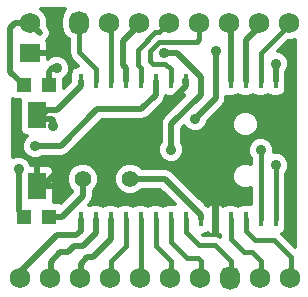
<source format=gbr>
G04 #@! TF.FileFunction,Copper,L2,Bot,Signal*
%FSLAX46Y46*%
G04 Gerber Fmt 4.6, Leading zero omitted, Abs format (unit mm)*
G04 Created by KiCad (PCBNEW 4.0.4+dfsg1-stable) date Sat Feb  4 10:26:13 2017*
%MOMM*%
%LPD*%
G01*
G04 APERTURE LIST*
%ADD10C,0.100000*%
%ADD11R,1.600000X2.300000*%
%ADD12O,1.727200X2.032000*%
%ADD13C,1.727200*%
%ADD14R,1.198880X1.198880*%
%ADD15R,0.457200X1.270000*%
%ADD16R,1.727200X1.625600*%
%ADD17C,0.889000*%
%ADD18C,1.397000*%
%ADD19C,0.508000*%
%ADD20C,0.381000*%
%ADD21C,0.431800*%
%ADD22C,0.300000*%
G04 APERTURE END LIST*
D10*
D11*
X33274000Y-30528000D03*
X33274000Y-36528000D03*
D12*
X36817300Y-22720300D03*
D13*
X39357300Y-22720300D03*
X41897300Y-22720300D03*
X44437300Y-22720300D03*
X46977300Y-22720300D03*
X49517300Y-22720300D03*
X52057300Y-22720300D03*
X54597300Y-22720300D03*
X31864300Y-44323000D03*
X34404300Y-44323000D03*
X36944300Y-44323000D03*
X39484300Y-44323000D03*
X42024300Y-44323000D03*
X44564300Y-44323000D03*
X47104300Y-44323000D03*
D12*
X49644300Y-44323000D03*
D13*
X52184300Y-44323000D03*
X54724300Y-44323000D03*
D14*
X32151960Y-28000000D03*
X34250000Y-28000000D03*
X34299020Y-39150000D03*
X32200980Y-39150000D03*
D15*
X52197000Y-39370000D03*
X50927000Y-39370000D03*
X49657000Y-39370000D03*
X48387000Y-39370000D03*
X47117000Y-39370000D03*
X42037000Y-39370000D03*
X40767000Y-39370000D03*
X39497000Y-39370000D03*
X38227000Y-39370000D03*
X36957000Y-39370000D03*
X36957000Y-27686000D03*
X38227000Y-27686000D03*
X39497000Y-27686000D03*
X40767000Y-27686000D03*
X42037000Y-27686000D03*
X47117000Y-27686000D03*
X48387000Y-27686000D03*
X49657000Y-27686000D03*
X50927000Y-27686000D03*
X52197000Y-27686000D03*
X53467000Y-27686000D03*
X43307000Y-27686000D03*
X44577000Y-27686000D03*
X45847000Y-27686000D03*
X43307000Y-39370000D03*
X44577000Y-39370000D03*
X45847000Y-39370000D03*
X53467000Y-39370000D03*
D16*
X32639000Y-25273000D03*
D13*
X32639000Y-22733000D03*
D17*
X44649159Y-33449669D03*
X44048138Y-25271320D03*
X33279301Y-37042609D03*
D18*
X41269058Y-33265299D03*
X49222660Y-36567112D03*
D17*
X48392731Y-25111284D03*
X46658593Y-30859725D03*
X53530500Y-26200100D03*
D18*
X41159615Y-35930350D03*
X37152719Y-35937326D03*
D17*
X34922266Y-26572264D03*
X31735654Y-35100276D03*
X53510213Y-34782014D03*
X52214767Y-33512763D03*
X33116799Y-33165279D03*
X34667212Y-31434596D03*
D19*
X44649159Y-32821052D02*
X44649159Y-33449669D01*
X44649159Y-31296841D02*
X44649159Y-32821052D01*
X47117000Y-28829000D02*
X44649159Y-31296841D01*
X47117000Y-27686000D02*
X47117000Y-28829000D01*
X44676755Y-25271320D02*
X44048138Y-25271320D01*
X47117000Y-27279600D02*
X45108720Y-25271320D01*
X45108720Y-25271320D02*
X44676755Y-25271320D01*
X47117000Y-27686000D02*
X47117000Y-27279600D01*
X37056611Y-33265299D02*
X33723800Y-36598110D01*
X33723800Y-36598110D02*
X33279301Y-37042609D01*
X41269058Y-33265299D02*
X37056611Y-33265299D01*
X45847000Y-28092400D02*
X43395900Y-30543500D01*
X41269058Y-33265299D02*
X43395900Y-31138457D01*
X43395900Y-31138457D02*
X43395900Y-30543500D01*
X45847000Y-27686000D02*
X45847000Y-28092400D01*
X48387000Y-39370000D02*
X48387000Y-37402772D01*
X48387000Y-37402772D02*
X49222660Y-36567112D01*
X48387000Y-27686000D02*
X48387000Y-25117015D01*
X48387000Y-25117015D02*
X48392731Y-25111284D01*
X47103092Y-30415226D02*
X46658593Y-30859725D01*
X48387000Y-29131318D02*
X47103092Y-30415226D01*
X48387000Y-27686000D02*
X48387000Y-29131318D01*
X48433799Y-27639201D02*
X48387000Y-27686000D01*
X53467000Y-26263600D02*
X53530500Y-26200100D01*
X53467000Y-27686000D02*
X53467000Y-26263600D01*
X42147443Y-35930350D02*
X41159615Y-35930350D01*
X44083750Y-35930350D02*
X42147443Y-35930350D01*
X47117000Y-39370000D02*
X47117000Y-38963600D01*
X47117000Y-38963600D02*
X44083750Y-35930350D01*
X37152719Y-36925154D02*
X37152719Y-35937326D01*
X35406460Y-39150000D02*
X37152719Y-37403741D01*
X34299020Y-39150000D02*
X35406460Y-39150000D01*
X37152719Y-37403741D02*
X37152719Y-36925154D01*
X32151960Y-28000000D02*
X32151960Y-27986360D01*
X31417686Y-22733000D02*
X32639000Y-22733000D01*
X32151960Y-27986360D02*
X31013400Y-26847800D01*
X31013400Y-23137286D02*
X31417686Y-22733000D01*
X31013400Y-26847800D02*
X31013400Y-23137286D01*
X33502599Y-23596599D02*
X32639000Y-22733000D01*
X34250000Y-28000000D02*
X34250000Y-26892560D01*
X34570296Y-26572264D02*
X34922266Y-26572264D01*
X34250000Y-26892560D02*
X34570296Y-26572264D01*
X31735654Y-37500000D02*
X31735654Y-35728893D01*
X31735654Y-35728893D02*
X31735654Y-35100276D01*
X31735654Y-37500000D02*
X31735654Y-38684674D01*
X31735654Y-38684674D02*
X32200980Y-39150000D01*
X31735654Y-37719671D02*
X31735654Y-37500000D01*
D20*
X53467000Y-39370000D02*
X53467000Y-34825227D01*
X53467000Y-34825227D02*
X53510213Y-34782014D01*
X52197000Y-39370000D02*
X52197000Y-33530530D01*
X52197000Y-33530530D02*
X52214767Y-33512763D01*
D21*
X38227000Y-26619200D02*
X36830000Y-25222200D01*
X38227000Y-27686000D02*
X38227000Y-26619200D01*
X36830000Y-25222200D02*
X36830000Y-22733000D01*
X39497000Y-27686000D02*
X39497000Y-22860000D01*
X39497000Y-22860000D02*
X39370000Y-22733000D01*
D19*
X41910000Y-22733000D02*
X41910000Y-22885400D01*
X41910000Y-22885400D02*
X40513000Y-24282400D01*
X40513000Y-24282400D02*
X40513000Y-26289000D01*
X40513000Y-26289000D02*
X40767000Y-26543000D01*
X40767000Y-26543000D02*
X40767000Y-27686000D01*
D20*
X41783000Y-26289000D02*
X41783000Y-25023991D01*
X43286591Y-23520400D02*
X42037000Y-24769991D01*
X41783000Y-25023991D02*
X43286591Y-23520400D01*
X42037000Y-26543000D02*
X41783000Y-26289000D01*
X42037000Y-27686000D02*
X42037000Y-26543000D01*
X44450000Y-22733000D02*
X44373800Y-22733000D01*
X44373800Y-22733000D02*
X43586400Y-23520400D01*
X43586400Y-23520400D02*
X43286591Y-23520400D01*
X44577000Y-27279600D02*
X44577000Y-27686000D01*
X46990000Y-24130000D02*
X46990000Y-22733000D01*
X43597033Y-24331519D02*
X46788481Y-24331519D01*
X43053000Y-26212800D02*
X42799000Y-25958800D01*
X44119800Y-26212800D02*
X43053000Y-26212800D01*
X46990000Y-22733000D02*
X46990000Y-22885400D01*
X44577000Y-26670000D02*
X44119800Y-26212800D01*
X44577000Y-27686000D02*
X44577000Y-26670000D01*
X46788481Y-24331519D02*
X46990000Y-24130000D01*
X42799000Y-25129552D02*
X43597033Y-24331519D01*
X42799000Y-25958800D02*
X42799000Y-25129552D01*
D19*
X49657000Y-27686000D02*
X49657000Y-22860000D01*
X49657000Y-22860000D02*
X49530000Y-22733000D01*
X50927000Y-24218900D02*
X50927000Y-25323800D01*
X52070000Y-22733000D02*
X52070000Y-23075900D01*
X52070000Y-23075900D02*
X50927000Y-24218900D01*
X50927000Y-27686000D02*
X50927000Y-24676100D01*
D21*
X50927000Y-25323800D02*
X50927000Y-26619200D01*
X50927000Y-26619200D02*
X50927000Y-27686000D01*
X52197000Y-25298400D02*
X52197000Y-26619200D01*
X54610000Y-22885400D02*
X52197000Y-25298400D01*
X54610000Y-22733000D02*
X54610000Y-22885400D01*
X52197000Y-26619200D02*
X52197000Y-27686000D01*
D19*
X36957000Y-39370000D02*
X36957000Y-40322500D01*
X36957000Y-40322500D02*
X36614100Y-40665400D01*
X36614100Y-40665400D02*
X34925000Y-40665400D01*
X34925000Y-40665400D02*
X31877000Y-43713400D01*
X31877000Y-43713400D02*
X31877000Y-44323000D01*
X34417000Y-44323000D02*
X34417000Y-42964100D01*
X34417000Y-42964100D02*
X35242500Y-42138600D01*
X35242500Y-42138600D02*
X35864800Y-42138600D01*
X35864800Y-42138600D02*
X36410900Y-41592500D01*
X36410900Y-41592500D02*
X37147500Y-41592500D01*
X37147500Y-41592500D02*
X38227000Y-40513000D01*
X38227000Y-40513000D02*
X38227000Y-39370000D01*
X36957000Y-44323000D02*
X36957000Y-43101686D01*
X36957000Y-43101686D02*
X37515800Y-42542886D01*
X37515800Y-42542886D02*
X37975114Y-42542886D01*
X37975114Y-42542886D02*
X39497000Y-41021000D01*
X39497000Y-41021000D02*
X39497000Y-39370000D01*
X36957000Y-44170600D02*
X36957000Y-44323000D01*
D21*
X39497000Y-44323000D02*
X39497000Y-42875200D01*
X39497000Y-42875200D02*
X40767000Y-41605200D01*
X40767000Y-41605200D02*
X40767000Y-39370000D01*
X42037000Y-39370000D02*
X42037000Y-40436800D01*
X42037000Y-40436800D02*
X42037000Y-44323000D01*
X44577000Y-44323000D02*
X44577000Y-42875200D01*
X44577000Y-42875200D02*
X43307000Y-41605200D01*
X43307000Y-41605200D02*
X43307000Y-39370000D01*
X45974000Y-42672000D02*
X44577000Y-41275000D01*
X44577000Y-41275000D02*
X44577000Y-39370000D01*
X46913800Y-42672000D02*
X45974000Y-42672000D01*
X47117000Y-44323000D02*
X47117000Y-42875200D01*
X47117000Y-42875200D02*
X46913800Y-42672000D01*
X47117000Y-44170600D02*
X47244000Y-44043600D01*
X47117000Y-44323000D02*
X47117000Y-44170600D01*
X45847000Y-40436800D02*
X45847000Y-39370000D01*
X46964589Y-41554389D02*
X45847000Y-40436800D01*
X48336189Y-41554389D02*
X46964589Y-41554389D01*
X49657000Y-44323000D02*
X49657000Y-42875200D01*
X49657000Y-42875200D02*
X48336189Y-41554389D01*
X52197000Y-44323000D02*
X52197000Y-42875200D01*
X52197000Y-42875200D02*
X51485800Y-42164000D01*
X51485800Y-42164000D02*
X50800000Y-42164000D01*
X50800000Y-42164000D02*
X49657000Y-41021000D01*
X49657000Y-41021000D02*
X49657000Y-40767000D01*
X49657000Y-40767000D02*
X49657000Y-39370000D01*
X51714400Y-41148000D02*
X50927000Y-40360600D01*
X54737000Y-42545000D02*
X53340000Y-41148000D01*
X53340000Y-41148000D02*
X51714400Y-41148000D01*
X54737000Y-44323000D02*
X54737000Y-42545000D01*
X50927000Y-40360600D02*
X50927000Y-39370000D01*
D19*
X38366700Y-30060900D02*
X35262321Y-33165279D01*
X42075100Y-30060900D02*
X38366700Y-30060900D01*
X43307000Y-28829000D02*
X42075100Y-30060900D01*
X43307000Y-27686000D02*
X43307000Y-28829000D01*
X35262321Y-33165279D02*
X33116799Y-33165279D01*
X34667212Y-30913212D02*
X34667212Y-31434596D01*
X33274000Y-30828000D02*
X34582000Y-30828000D01*
X33274000Y-30828000D02*
X33423840Y-30828000D01*
X33423840Y-30828000D02*
X34124900Y-30126940D01*
X34124900Y-30126940D02*
X34922460Y-30126940D01*
X34922460Y-30126940D02*
X36957000Y-28092400D01*
X34582000Y-30828000D02*
X34667212Y-30913212D01*
X36957000Y-28092400D02*
X36957000Y-27686000D01*
D22*
G36*
X55147000Y-41719119D02*
X54011513Y-40583631D01*
X54163392Y-40485899D01*
X54313633Y-40266014D01*
X54366490Y-40005000D01*
X54366490Y-38735000D01*
X54320608Y-38491160D01*
X54315500Y-38483222D01*
X54315500Y-35535942D01*
X54444322Y-35407345D01*
X54612521Y-35002277D01*
X54612904Y-34563675D01*
X54445412Y-34158314D01*
X54135544Y-33847905D01*
X53730476Y-33679706D01*
X53317122Y-33679345D01*
X53317458Y-33294424D01*
X53149966Y-32889063D01*
X52840098Y-32578654D01*
X52435030Y-32410455D01*
X51996428Y-32410072D01*
X51591067Y-32577564D01*
X51280658Y-32887432D01*
X51112459Y-33292500D01*
X51112076Y-33731102D01*
X51279568Y-34136463D01*
X51348500Y-34205515D01*
X51348500Y-34686667D01*
X51145738Y-34602472D01*
X50705115Y-34602088D01*
X50297886Y-34770352D01*
X49986047Y-35081647D01*
X49817072Y-35488582D01*
X49816688Y-35929205D01*
X49984952Y-36336434D01*
X50296247Y-36648273D01*
X50703182Y-36817248D01*
X51143805Y-36817632D01*
X51348500Y-36733054D01*
X51348500Y-38103173D01*
X51155600Y-38064110D01*
X50698400Y-38064110D01*
X50454560Y-38109992D01*
X50290712Y-38215425D01*
X50146614Y-38116967D01*
X49885600Y-38064110D01*
X49428400Y-38064110D01*
X49184560Y-38109992D01*
X49024281Y-38213128D01*
X48988327Y-38177174D01*
X48746484Y-38077000D01*
X48655500Y-38077000D01*
X48491000Y-38241500D01*
X48491000Y-39266000D01*
X48511000Y-39266000D01*
X48511000Y-39474000D01*
X48491000Y-39474000D01*
X48491000Y-40498500D01*
X48655500Y-40663000D01*
X48746484Y-40663000D01*
X48783100Y-40647833D01*
X48783100Y-40822170D01*
X48670616Y-40747011D01*
X48336189Y-40680488D01*
X48336184Y-40680489D01*
X47326570Y-40680489D01*
X47321971Y-40675890D01*
X47345600Y-40675890D01*
X47589440Y-40630008D01*
X47749719Y-40526872D01*
X47785673Y-40562826D01*
X48027516Y-40663000D01*
X48118500Y-40663000D01*
X48283000Y-40498500D01*
X48283000Y-39474000D01*
X48263000Y-39474000D01*
X48263000Y-39266000D01*
X48283000Y-39266000D01*
X48283000Y-38241500D01*
X48118500Y-38077000D01*
X48027516Y-38077000D01*
X47785673Y-38177174D01*
X47748758Y-38214090D01*
X47606614Y-38116967D01*
X47548326Y-38105163D01*
X44728631Y-35285469D01*
X44432757Y-35087772D01*
X44410204Y-35083286D01*
X44083750Y-35018350D01*
X42165914Y-35018350D01*
X41929014Y-34781036D01*
X41430623Y-34574086D01*
X40890974Y-34573615D01*
X40392224Y-34779695D01*
X40010301Y-35160951D01*
X39803351Y-35659342D01*
X39802880Y-36198991D01*
X40008960Y-36697741D01*
X40390216Y-37079664D01*
X40888607Y-37286614D01*
X41428256Y-37287085D01*
X41927006Y-37081005D01*
X42166079Y-36842350D01*
X43705988Y-36842350D01*
X44958764Y-38095127D01*
X44805600Y-38064110D01*
X44348400Y-38064110D01*
X44104560Y-38109992D01*
X43940712Y-38215425D01*
X43796614Y-38116967D01*
X43535600Y-38064110D01*
X43078400Y-38064110D01*
X42834560Y-38109992D01*
X42670712Y-38215425D01*
X42526614Y-38116967D01*
X42265600Y-38064110D01*
X41808400Y-38064110D01*
X41564560Y-38109992D01*
X41400712Y-38215425D01*
X41256614Y-38116967D01*
X40995600Y-38064110D01*
X40538400Y-38064110D01*
X40294560Y-38109992D01*
X40130712Y-38215425D01*
X39986614Y-38116967D01*
X39725600Y-38064110D01*
X39268400Y-38064110D01*
X39024560Y-38109992D01*
X38860712Y-38215425D01*
X38716614Y-38116967D01*
X38455600Y-38064110D01*
X37998400Y-38064110D01*
X37754560Y-38109992D01*
X37703146Y-38143076D01*
X37797600Y-38048622D01*
X37995297Y-37752749D01*
X38031641Y-37570035D01*
X38064719Y-37403741D01*
X38064719Y-36943625D01*
X38302033Y-36706725D01*
X38508983Y-36208334D01*
X38509454Y-35668685D01*
X38303374Y-35169935D01*
X37922118Y-34788012D01*
X37423727Y-34581062D01*
X36884078Y-34580591D01*
X36385328Y-34786671D01*
X36003405Y-35167927D01*
X35796455Y-35666318D01*
X35795984Y-36205967D01*
X36002064Y-36704717D01*
X36240719Y-36943790D01*
X36240719Y-37025979D01*
X35263258Y-38003440D01*
X35159474Y-37932527D01*
X34898460Y-37879670D01*
X34702680Y-37879670D01*
X34732000Y-37808884D01*
X34732000Y-36796500D01*
X34567500Y-36632000D01*
X33378000Y-36632000D01*
X33378000Y-36652000D01*
X33170000Y-36652000D01*
X33170000Y-36632000D01*
X33150000Y-36632000D01*
X33150000Y-36424000D01*
X33170000Y-36424000D01*
X33170000Y-34884500D01*
X33378000Y-34884500D01*
X33378000Y-36424000D01*
X34567500Y-36424000D01*
X34732000Y-36259500D01*
X34732000Y-35247116D01*
X34631826Y-35005273D01*
X34446727Y-34820175D01*
X34204885Y-34720000D01*
X33542500Y-34720000D01*
X33378000Y-34884500D01*
X33170000Y-34884500D01*
X33005500Y-34720000D01*
X32771434Y-34720000D01*
X32670853Y-34476576D01*
X32360985Y-34166167D01*
X31955917Y-33997968D01*
X31517315Y-33997585D01*
X31213000Y-34123326D01*
X31213000Y-29163832D01*
X31291506Y-29217473D01*
X31552520Y-29270330D01*
X31824914Y-29270330D01*
X31803110Y-29378000D01*
X31803110Y-31678000D01*
X31848992Y-31921840D01*
X31993101Y-32145792D01*
X32212986Y-32296033D01*
X32390933Y-32332068D01*
X32182690Y-32539948D01*
X32014491Y-32945016D01*
X32014108Y-33383618D01*
X32181600Y-33788979D01*
X32491468Y-34099388D01*
X32896536Y-34267587D01*
X33335138Y-34267970D01*
X33740499Y-34100478D01*
X33763739Y-34077279D01*
X35262321Y-34077279D01*
X35611328Y-34007857D01*
X35907202Y-33810160D01*
X38744462Y-30972900D01*
X42075100Y-30972900D01*
X42424107Y-30903478D01*
X42719981Y-30705781D01*
X43951882Y-29473881D01*
X44149578Y-29178007D01*
X44192864Y-28960393D01*
X44348400Y-28991890D01*
X44805600Y-28991890D01*
X45049440Y-28946008D01*
X45209719Y-28842872D01*
X45245673Y-28878826D01*
X45487516Y-28979000D01*
X45578500Y-28979000D01*
X45742998Y-28814502D01*
X45742998Y-28913239D01*
X44004278Y-30651960D01*
X43806581Y-30947834D01*
X43737159Y-31296841D01*
X43737159Y-32802268D01*
X43715050Y-32824338D01*
X43546851Y-33229406D01*
X43546468Y-33668008D01*
X43713960Y-34073369D01*
X44023828Y-34383778D01*
X44428896Y-34551977D01*
X44867498Y-34552360D01*
X45272859Y-34384868D01*
X45583268Y-34075000D01*
X45751467Y-33669932D01*
X45751850Y-33231330D01*
X45584358Y-32825969D01*
X45561159Y-32802729D01*
X45561159Y-31674603D01*
X45737853Y-31497909D01*
X46033262Y-31793834D01*
X46438330Y-31962033D01*
X46876932Y-31962416D01*
X47282293Y-31794924D01*
X47547754Y-31529925D01*
X49816688Y-31529925D01*
X49984952Y-31937154D01*
X50296247Y-32248993D01*
X50703182Y-32417968D01*
X51143805Y-32418352D01*
X51551034Y-32250088D01*
X51862873Y-31938793D01*
X52031848Y-31531858D01*
X52032232Y-31091235D01*
X51863968Y-30684006D01*
X51552673Y-30372167D01*
X51145738Y-30203192D01*
X50705115Y-30202808D01*
X50297886Y-30371072D01*
X49986047Y-30682367D01*
X49817072Y-31089302D01*
X49816688Y-31529925D01*
X47547754Y-31529925D01*
X47592702Y-31485056D01*
X47760901Y-31079988D01*
X47760930Y-31047150D01*
X49031881Y-29776199D01*
X49229578Y-29480325D01*
X49242369Y-29416019D01*
X49299000Y-29131318D01*
X49299000Y-28965686D01*
X49428400Y-28991890D01*
X49885600Y-28991890D01*
X50129440Y-28946008D01*
X50293288Y-28840575D01*
X50437386Y-28939033D01*
X50698400Y-28991890D01*
X51155600Y-28991890D01*
X51399440Y-28946008D01*
X51563288Y-28840575D01*
X51707386Y-28939033D01*
X51968400Y-28991890D01*
X52425600Y-28991890D01*
X52669440Y-28946008D01*
X52833288Y-28840575D01*
X52977386Y-28939033D01*
X53238400Y-28991890D01*
X53695600Y-28991890D01*
X53939440Y-28946008D01*
X54163392Y-28801899D01*
X54313633Y-28582014D01*
X54366490Y-28321000D01*
X54366490Y-27748892D01*
X54379000Y-27686000D01*
X54379000Y-26910891D01*
X54464609Y-26825431D01*
X54632808Y-26420363D01*
X54633191Y-25981761D01*
X54465699Y-25576400D01*
X54155831Y-25265991D01*
X53750763Y-25097792D01*
X53633592Y-25097690D01*
X54489475Y-24241806D01*
X54898637Y-24242164D01*
X55147000Y-24139542D01*
X55147000Y-41719119D01*
X55147000Y-41719119D01*
G37*
X55147000Y-41719119D02*
X54011513Y-40583631D01*
X54163392Y-40485899D01*
X54313633Y-40266014D01*
X54366490Y-40005000D01*
X54366490Y-38735000D01*
X54320608Y-38491160D01*
X54315500Y-38483222D01*
X54315500Y-35535942D01*
X54444322Y-35407345D01*
X54612521Y-35002277D01*
X54612904Y-34563675D01*
X54445412Y-34158314D01*
X54135544Y-33847905D01*
X53730476Y-33679706D01*
X53317122Y-33679345D01*
X53317458Y-33294424D01*
X53149966Y-32889063D01*
X52840098Y-32578654D01*
X52435030Y-32410455D01*
X51996428Y-32410072D01*
X51591067Y-32577564D01*
X51280658Y-32887432D01*
X51112459Y-33292500D01*
X51112076Y-33731102D01*
X51279568Y-34136463D01*
X51348500Y-34205515D01*
X51348500Y-34686667D01*
X51145738Y-34602472D01*
X50705115Y-34602088D01*
X50297886Y-34770352D01*
X49986047Y-35081647D01*
X49817072Y-35488582D01*
X49816688Y-35929205D01*
X49984952Y-36336434D01*
X50296247Y-36648273D01*
X50703182Y-36817248D01*
X51143805Y-36817632D01*
X51348500Y-36733054D01*
X51348500Y-38103173D01*
X51155600Y-38064110D01*
X50698400Y-38064110D01*
X50454560Y-38109992D01*
X50290712Y-38215425D01*
X50146614Y-38116967D01*
X49885600Y-38064110D01*
X49428400Y-38064110D01*
X49184560Y-38109992D01*
X49024281Y-38213128D01*
X48988327Y-38177174D01*
X48746484Y-38077000D01*
X48655500Y-38077000D01*
X48491000Y-38241500D01*
X48491000Y-39266000D01*
X48511000Y-39266000D01*
X48511000Y-39474000D01*
X48491000Y-39474000D01*
X48491000Y-40498500D01*
X48655500Y-40663000D01*
X48746484Y-40663000D01*
X48783100Y-40647833D01*
X48783100Y-40822170D01*
X48670616Y-40747011D01*
X48336189Y-40680488D01*
X48336184Y-40680489D01*
X47326570Y-40680489D01*
X47321971Y-40675890D01*
X47345600Y-40675890D01*
X47589440Y-40630008D01*
X47749719Y-40526872D01*
X47785673Y-40562826D01*
X48027516Y-40663000D01*
X48118500Y-40663000D01*
X48283000Y-40498500D01*
X48283000Y-39474000D01*
X48263000Y-39474000D01*
X48263000Y-39266000D01*
X48283000Y-39266000D01*
X48283000Y-38241500D01*
X48118500Y-38077000D01*
X48027516Y-38077000D01*
X47785673Y-38177174D01*
X47748758Y-38214090D01*
X47606614Y-38116967D01*
X47548326Y-38105163D01*
X44728631Y-35285469D01*
X44432757Y-35087772D01*
X44410204Y-35083286D01*
X44083750Y-35018350D01*
X42165914Y-35018350D01*
X41929014Y-34781036D01*
X41430623Y-34574086D01*
X40890974Y-34573615D01*
X40392224Y-34779695D01*
X40010301Y-35160951D01*
X39803351Y-35659342D01*
X39802880Y-36198991D01*
X40008960Y-36697741D01*
X40390216Y-37079664D01*
X40888607Y-37286614D01*
X41428256Y-37287085D01*
X41927006Y-37081005D01*
X42166079Y-36842350D01*
X43705988Y-36842350D01*
X44958764Y-38095127D01*
X44805600Y-38064110D01*
X44348400Y-38064110D01*
X44104560Y-38109992D01*
X43940712Y-38215425D01*
X43796614Y-38116967D01*
X43535600Y-38064110D01*
X43078400Y-38064110D01*
X42834560Y-38109992D01*
X42670712Y-38215425D01*
X42526614Y-38116967D01*
X42265600Y-38064110D01*
X41808400Y-38064110D01*
X41564560Y-38109992D01*
X41400712Y-38215425D01*
X41256614Y-38116967D01*
X40995600Y-38064110D01*
X40538400Y-38064110D01*
X40294560Y-38109992D01*
X40130712Y-38215425D01*
X39986614Y-38116967D01*
X39725600Y-38064110D01*
X39268400Y-38064110D01*
X39024560Y-38109992D01*
X38860712Y-38215425D01*
X38716614Y-38116967D01*
X38455600Y-38064110D01*
X37998400Y-38064110D01*
X37754560Y-38109992D01*
X37703146Y-38143076D01*
X37797600Y-38048622D01*
X37995297Y-37752749D01*
X38031641Y-37570035D01*
X38064719Y-37403741D01*
X38064719Y-36943625D01*
X38302033Y-36706725D01*
X38508983Y-36208334D01*
X38509454Y-35668685D01*
X38303374Y-35169935D01*
X37922118Y-34788012D01*
X37423727Y-34581062D01*
X36884078Y-34580591D01*
X36385328Y-34786671D01*
X36003405Y-35167927D01*
X35796455Y-35666318D01*
X35795984Y-36205967D01*
X36002064Y-36704717D01*
X36240719Y-36943790D01*
X36240719Y-37025979D01*
X35263258Y-38003440D01*
X35159474Y-37932527D01*
X34898460Y-37879670D01*
X34702680Y-37879670D01*
X34732000Y-37808884D01*
X34732000Y-36796500D01*
X34567500Y-36632000D01*
X33378000Y-36632000D01*
X33378000Y-36652000D01*
X33170000Y-36652000D01*
X33170000Y-36632000D01*
X33150000Y-36632000D01*
X33150000Y-36424000D01*
X33170000Y-36424000D01*
X33170000Y-34884500D01*
X33378000Y-34884500D01*
X33378000Y-36424000D01*
X34567500Y-36424000D01*
X34732000Y-36259500D01*
X34732000Y-35247116D01*
X34631826Y-35005273D01*
X34446727Y-34820175D01*
X34204885Y-34720000D01*
X33542500Y-34720000D01*
X33378000Y-34884500D01*
X33170000Y-34884500D01*
X33005500Y-34720000D01*
X32771434Y-34720000D01*
X32670853Y-34476576D01*
X32360985Y-34166167D01*
X31955917Y-33997968D01*
X31517315Y-33997585D01*
X31213000Y-34123326D01*
X31213000Y-29163832D01*
X31291506Y-29217473D01*
X31552520Y-29270330D01*
X31824914Y-29270330D01*
X31803110Y-29378000D01*
X31803110Y-31678000D01*
X31848992Y-31921840D01*
X31993101Y-32145792D01*
X32212986Y-32296033D01*
X32390933Y-32332068D01*
X32182690Y-32539948D01*
X32014491Y-32945016D01*
X32014108Y-33383618D01*
X32181600Y-33788979D01*
X32491468Y-34099388D01*
X32896536Y-34267587D01*
X33335138Y-34267970D01*
X33740499Y-34100478D01*
X33763739Y-34077279D01*
X35262321Y-34077279D01*
X35611328Y-34007857D01*
X35907202Y-33810160D01*
X38744462Y-30972900D01*
X42075100Y-30972900D01*
X42424107Y-30903478D01*
X42719981Y-30705781D01*
X43951882Y-29473881D01*
X44149578Y-29178007D01*
X44192864Y-28960393D01*
X44348400Y-28991890D01*
X44805600Y-28991890D01*
X45049440Y-28946008D01*
X45209719Y-28842872D01*
X45245673Y-28878826D01*
X45487516Y-28979000D01*
X45578500Y-28979000D01*
X45742998Y-28814502D01*
X45742998Y-28913239D01*
X44004278Y-30651960D01*
X43806581Y-30947834D01*
X43737159Y-31296841D01*
X43737159Y-32802268D01*
X43715050Y-32824338D01*
X43546851Y-33229406D01*
X43546468Y-33668008D01*
X43713960Y-34073369D01*
X44023828Y-34383778D01*
X44428896Y-34551977D01*
X44867498Y-34552360D01*
X45272859Y-34384868D01*
X45583268Y-34075000D01*
X45751467Y-33669932D01*
X45751850Y-33231330D01*
X45584358Y-32825969D01*
X45561159Y-32802729D01*
X45561159Y-31674603D01*
X45737853Y-31497909D01*
X46033262Y-31793834D01*
X46438330Y-31962033D01*
X46876932Y-31962416D01*
X47282293Y-31794924D01*
X47547754Y-31529925D01*
X49816688Y-31529925D01*
X49984952Y-31937154D01*
X50296247Y-32248993D01*
X50703182Y-32417968D01*
X51143805Y-32418352D01*
X51551034Y-32250088D01*
X51862873Y-31938793D01*
X52031848Y-31531858D01*
X52032232Y-31091235D01*
X51863968Y-30684006D01*
X51552673Y-30372167D01*
X51145738Y-30203192D01*
X50705115Y-30202808D01*
X50297886Y-30371072D01*
X49986047Y-30682367D01*
X49817072Y-31089302D01*
X49816688Y-31529925D01*
X47547754Y-31529925D01*
X47592702Y-31485056D01*
X47760901Y-31079988D01*
X47760930Y-31047150D01*
X49031881Y-29776199D01*
X49229578Y-29480325D01*
X49242369Y-29416019D01*
X49299000Y-29131318D01*
X49299000Y-28965686D01*
X49428400Y-28991890D01*
X49885600Y-28991890D01*
X50129440Y-28946008D01*
X50293288Y-28840575D01*
X50437386Y-28939033D01*
X50698400Y-28991890D01*
X51155600Y-28991890D01*
X51399440Y-28946008D01*
X51563288Y-28840575D01*
X51707386Y-28939033D01*
X51968400Y-28991890D01*
X52425600Y-28991890D01*
X52669440Y-28946008D01*
X52833288Y-28840575D01*
X52977386Y-28939033D01*
X53238400Y-28991890D01*
X53695600Y-28991890D01*
X53939440Y-28946008D01*
X54163392Y-28801899D01*
X54313633Y-28582014D01*
X54366490Y-28321000D01*
X54366490Y-27748892D01*
X54379000Y-27686000D01*
X54379000Y-26910891D01*
X54464609Y-26825431D01*
X54632808Y-26420363D01*
X54633191Y-25981761D01*
X54465699Y-25576400D01*
X54155831Y-25265991D01*
X53750763Y-25097792D01*
X53633592Y-25097690D01*
X54489475Y-24241806D01*
X54898637Y-24242164D01*
X55147000Y-24139542D01*
X55147000Y-41719119D01*
G36*
X35411525Y-21952813D02*
X35295700Y-22535104D01*
X35295700Y-22905496D01*
X35411525Y-23487787D01*
X35741366Y-23981430D01*
X35956100Y-24124910D01*
X35956100Y-25222195D01*
X35956099Y-25222200D01*
X36022622Y-25556627D01*
X36212059Y-25840141D01*
X36752028Y-26380110D01*
X36728400Y-26380110D01*
X36484560Y-26425992D01*
X36260608Y-26570101D01*
X36110367Y-26789986D01*
X36057510Y-27051000D01*
X36057510Y-27623108D01*
X36045000Y-27686000D01*
X36045000Y-27714638D01*
X35520330Y-28239308D01*
X35520330Y-27518056D01*
X35545966Y-27507463D01*
X35856375Y-27197595D01*
X36024574Y-26792527D01*
X36024957Y-26353925D01*
X35857465Y-25948564D01*
X35547597Y-25638155D01*
X35142529Y-25469956D01*
X34703927Y-25469573D01*
X34298566Y-25637065D01*
X34174395Y-25761020D01*
X34160600Y-25770237D01*
X34160600Y-25541500D01*
X33996100Y-25377000D01*
X32743000Y-25377000D01*
X32743000Y-25397000D01*
X32535000Y-25397000D01*
X32535000Y-25377000D01*
X32515000Y-25377000D01*
X32515000Y-25169000D01*
X32535000Y-25169000D01*
X32535000Y-25149000D01*
X32743000Y-25149000D01*
X32743000Y-25169000D01*
X33996100Y-25169000D01*
X34160600Y-25004500D01*
X34160600Y-24329316D01*
X34129260Y-24253654D01*
X34147480Y-24241480D01*
X34345177Y-23945606D01*
X34414598Y-23596599D01*
X34345177Y-23247591D01*
X34160393Y-22971042D01*
X34160864Y-22431663D01*
X33929702Y-21872209D01*
X33619036Y-21561000D01*
X35673326Y-21561000D01*
X35411525Y-21952813D01*
X35411525Y-21952813D01*
G37*
X35411525Y-21952813D02*
X35295700Y-22535104D01*
X35295700Y-22905496D01*
X35411525Y-23487787D01*
X35741366Y-23981430D01*
X35956100Y-24124910D01*
X35956100Y-25222195D01*
X35956099Y-25222200D01*
X36022622Y-25556627D01*
X36212059Y-25840141D01*
X36752028Y-26380110D01*
X36728400Y-26380110D01*
X36484560Y-26425992D01*
X36260608Y-26570101D01*
X36110367Y-26789986D01*
X36057510Y-27051000D01*
X36057510Y-27623108D01*
X36045000Y-27686000D01*
X36045000Y-27714638D01*
X35520330Y-28239308D01*
X35520330Y-27518056D01*
X35545966Y-27507463D01*
X35856375Y-27197595D01*
X36024574Y-26792527D01*
X36024957Y-26353925D01*
X35857465Y-25948564D01*
X35547597Y-25638155D01*
X35142529Y-25469956D01*
X34703927Y-25469573D01*
X34298566Y-25637065D01*
X34174395Y-25761020D01*
X34160600Y-25770237D01*
X34160600Y-25541500D01*
X33996100Y-25377000D01*
X32743000Y-25377000D01*
X32743000Y-25397000D01*
X32535000Y-25397000D01*
X32535000Y-25377000D01*
X32515000Y-25377000D01*
X32515000Y-25169000D01*
X32535000Y-25169000D01*
X32535000Y-25149000D01*
X32743000Y-25149000D01*
X32743000Y-25169000D01*
X33996100Y-25169000D01*
X34160600Y-25004500D01*
X34160600Y-24329316D01*
X34129260Y-24253654D01*
X34147480Y-24241480D01*
X34345177Y-23945606D01*
X34414598Y-23596599D01*
X34345177Y-23247591D01*
X34160393Y-22971042D01*
X34160864Y-22431663D01*
X33929702Y-21872209D01*
X33619036Y-21561000D01*
X35673326Y-21561000D01*
X35411525Y-21952813D01*
G36*
X45951000Y-27582000D02*
X45971000Y-27582000D01*
X45971000Y-27790000D01*
X45951000Y-27790000D01*
X45951000Y-27810000D01*
X45743000Y-27810000D01*
X45743000Y-27790000D01*
X45723000Y-27790000D01*
X45723000Y-27582000D01*
X45743000Y-27582000D01*
X45743000Y-27562000D01*
X45951000Y-27562000D01*
X45951000Y-27582000D01*
X45951000Y-27582000D01*
G37*
X45951000Y-27582000D02*
X45971000Y-27582000D01*
X45971000Y-27790000D01*
X45951000Y-27790000D01*
X45951000Y-27810000D01*
X45743000Y-27810000D01*
X45743000Y-27790000D01*
X45723000Y-27790000D01*
X45723000Y-27582000D01*
X45743000Y-27582000D01*
X45743000Y-27562000D01*
X45951000Y-27562000D01*
X45951000Y-27582000D01*
M02*

</source>
